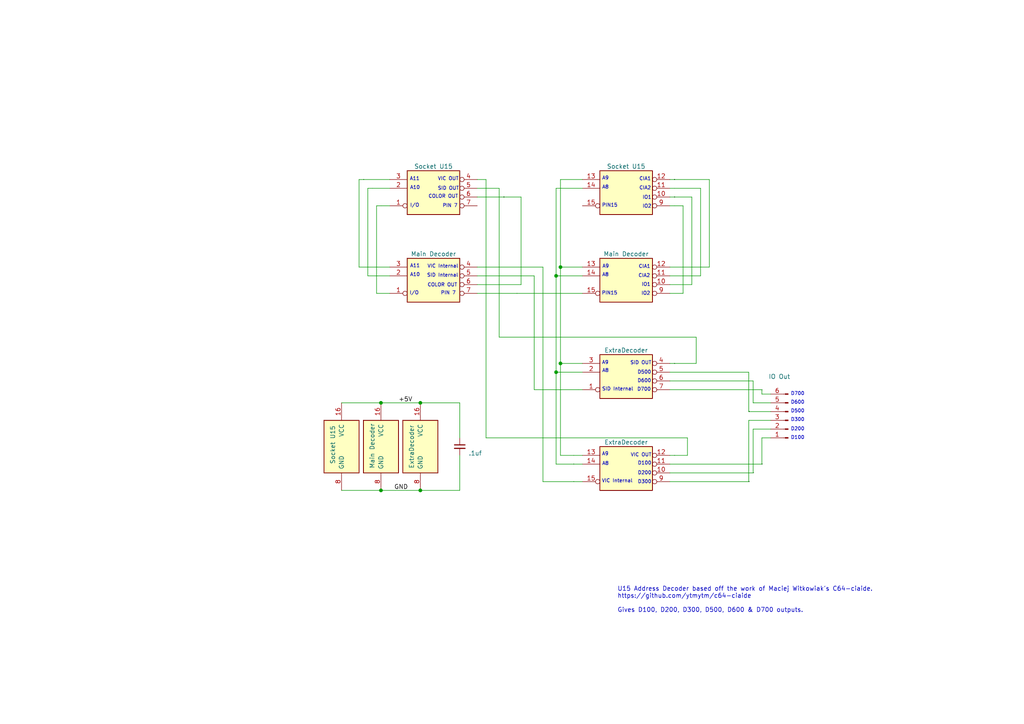
<source format=kicad_sch>
(kicad_sch (version 20230121) (generator eeschema)
  (paper "A4")
  (lib_symbols
    (symbol "74LS139_1" (pin_names (offset 1.016) hide)
      (property "Reference" "U" (at -7.62 8.89 0))
      (property "Value" "74LS139" (at -7.62 -8.89 0))
      (symbol "74LS139_1_1_0"
        (pin input inverted (at -12.7 -5.08 0) (length 5.08) (name "E") (number "1"))
        (pin input line (at -12.7 0 0) (length 5.08) (name "A0") (number "2"))
        (pin input line (at -12.7 2.54 0) (length 5.08) (name "A1") (number "3"))
        (pin output inverted (at 12.7 2.54 180) (length 5.08) (name "O0") (number "4"))
        (pin output inverted (at 12.7 0 180) (length 5.08) (name "O1") (number "5"))
        (pin output inverted (at 12.7 -2.54 180) (length 5.08) (name "O2") (number "6"))
        (pin output inverted (at 12.7 -5.08 180) (length 5.08) (name "O3") (number "7"))
      )
      (symbol "74LS139_1_1_1"
        (rectangle (start -7.62 5.08) (end 7.62 -7.62) (stroke (width 0.254)) (fill (type background)))
      )
      (symbol "74LS139_1_2_0"
        (pin output inverted (at 12.7 -2.54 180) (length 5.08) (name "O2") (number "10"))
        (pin output inverted (at 12.7 0 180) (length 5.08) (name "O1") (number "11"))
        (pin output inverted (at 12.7 2.54 180) (length 5.08) (name "O0") (number "12"))
        (pin input line (at -12.7 2.54 0) (length 5.08) (name "A1") (number "13"))
        (pin input line (at -12.7 0 0) (length 5.08) (name "A0") (number "14"))
        (pin input inverted (at -12.7 -5.08 0) (length 5.08) (name "E") (number "15"))
        (pin output inverted (at 12.7 -5.08 180) (length 5.08) (name "O3") (number "9"))
      )
      (symbol "74LS139_1_2_1"
        (rectangle (start -7.62 5.08) (end 7.62 -7.62) (stroke (width 0.254)) (fill (type background)))
      )
      (symbol "74LS139_1_3_0"
        (pin power_in line (at 0 12.7 270) (length 5.08) (name "VCC") (number "16"))
        (pin power_in line (at 0 -12.7 90) (length 5.08) (name "GND") (number "8"))
      )
      (symbol "74LS139_1_3_1"
        (rectangle (start -5.08 7.62) (end 5.08 -7.62) (stroke (width 0.254)) (fill (type background)))
      )
    )
    (symbol "74LS139_2" (pin_names (offset 1.016) hide)
      (property "Reference" "U" (at -7.62 8.89 0))
      (property "Value" "74LS139" (at -7.62 -8.89 0))
      (symbol "74LS139_2_1_0"
        (pin input inverted (at -12.7 -5.08 0) (length 5.08) (name "E") (number "1"))
        (pin input line (at -12.7 0 0) (length 5.08) (name "A0") (number "2"))
        (pin input line (at -12.7 2.54 0) (length 5.08) (name "A1") (number "3"))
        (pin output inverted (at 12.7 2.54 180) (length 5.08) (name "O0") (number "4"))
        (pin output inverted (at 12.7 0 180) (length 5.08) (name "O1") (number "5"))
        (pin output inverted (at 12.7 -2.54 180) (length 5.08) (name "O2") (number "6"))
        (pin output inverted (at 12.7 -5.08 180) (length 5.08) (name "O3") (number "7"))
      )
      (symbol "74LS139_2_1_1"
        (rectangle (start -7.62 5.08) (end 7.62 -7.62) (stroke (width 0.254)) (fill (type background)))
      )
      (symbol "74LS139_2_2_0"
        (pin output inverted (at 12.7 -2.54 180) (length 5.08) (name "O2") (number "10"))
        (pin output inverted (at 12.7 0 180) (length 5.08) (name "O1") (number "11"))
        (pin output inverted (at 12.7 2.54 180) (length 5.08) (name "O0") (number "12"))
        (pin input line (at -12.7 2.54 0) (length 5.08) (name "A1") (number "13"))
        (pin input line (at -12.7 0 0) (length 5.08) (name "A0") (number "14"))
        (pin input inverted (at -12.7 -5.08 0) (length 5.08) (name "E") (number "15"))
        (pin output inverted (at 12.7 -5.08 180) (length 5.08) (name "O3") (number "9"))
      )
      (symbol "74LS139_2_2_1"
        (rectangle (start -7.62 5.08) (end 7.62 -7.62) (stroke (width 0.254)) (fill (type background)))
      )
      (symbol "74LS139_2_3_0"
        (pin power_in line (at 0 12.7 270) (length 5.08) (name "VCC") (number "16"))
        (pin power_in line (at 0 -12.7 90) (length 5.08) (name "GND") (number "8"))
      )
      (symbol "74LS139_2_3_1"
        (rectangle (start -5.08 7.62) (end 5.08 -7.62) (stroke (width 0.254)) (fill (type background)))
      )
    )
    (symbol "74LS139_3" (pin_names (offset 1.016) hide)
      (property "Reference" "U" (at -7.62 8.89 0))
      (property "Value" "74LS139" (at -7.62 -8.89 0))
      (symbol "74LS139_3_1_0"
        (pin input inverted (at -12.7 -5.08 0) (length 5.08) (name "E") (number "1"))
        (pin input line (at -12.7 0 0) (length 5.08) (name "A0") (number "2"))
        (pin input line (at -12.7 2.54 0) (length 5.08) (name "A1") (number "3"))
        (pin output inverted (at 12.7 2.54 180) (length 5.08) (name "O0") (number "4"))
        (pin output inverted (at 12.7 0 180) (length 5.08) (name "O1") (number "5"))
        (pin output inverted (at 12.7 -2.54 180) (length 5.08) (name "O2") (number "6"))
        (pin output inverted (at 12.7 -5.08 180) (length 5.08) (name "O3") (number "7"))
      )
      (symbol "74LS139_3_1_1"
        (rectangle (start -7.62 5.08) (end 7.62 -7.62) (stroke (width 0.254)) (fill (type background)))
      )
      (symbol "74LS139_3_2_0"
        (pin output inverted (at 12.7 -2.54 180) (length 5.08) (name "O2") (number "10"))
        (pin output inverted (at 12.7 0 180) (length 5.08) (name "O1") (number "11"))
        (pin output inverted (at 12.7 2.54 180) (length 5.08) (name "O0") (number "12"))
        (pin input line (at -12.7 2.54 0) (length 5.08) (name "A1") (number "13"))
        (pin input line (at -12.7 0 0) (length 5.08) (name "A0") (number "14"))
        (pin input inverted (at -12.7 -5.08 0) (length 5.08) (name "E") (number "15"))
        (pin output inverted (at 12.7 -5.08 180) (length 5.08) (name "O3") (number "9"))
      )
      (symbol "74LS139_3_2_1"
        (rectangle (start -7.62 5.08) (end 7.62 -7.62) (stroke (width 0.254)) (fill (type background)))
      )
      (symbol "74LS139_3_3_0"
        (pin power_in line (at 0 12.7 270) (length 5.08) (name "VCC") (number "16"))
        (pin power_in line (at 0 -12.7 90) (length 5.08) (name "GND") (number "8"))
      )
      (symbol "74LS139_3_3_1"
        (rectangle (start -5.08 7.62) (end 5.08 -7.62) (stroke (width 0.254)) (fill (type background)))
      )
    )
    (symbol "74LS139_4" (pin_names (offset 1.016) hide)
      (property "Reference" "U" (at -7.62 8.89 0))
      (property "Value" "74LS139" (at -7.62 -8.89 0))
      (symbol "74LS139_4_1_0"
        (pin input inverted (at -12.7 -5.08 0) (length 5.08) (name "E") (number "1"))
        (pin input line (at -12.7 0 0) (length 5.08) (name "A0") (number "2"))
        (pin input line (at -12.7 2.54 0) (length 5.08) (name "A1") (number "3"))
        (pin output inverted (at 12.7 2.54 180) (length 5.08) (name "O0") (number "4"))
        (pin output inverted (at 12.7 0 180) (length 5.08) (name "O1") (number "5"))
        (pin output inverted (at 12.7 -2.54 180) (length 5.08) (name "O2") (number "6"))
        (pin output inverted (at 12.7 -5.08 180) (length 5.08) (name "O3") (number "7"))
      )
      (symbol "74LS139_4_1_1"
        (rectangle (start -7.62 5.08) (end 7.62 -7.62) (stroke (width 0.254)) (fill (type background)))
      )
      (symbol "74LS139_4_2_0"
        (pin output inverted (at 12.7 -2.54 180) (length 5.08) (name "O2") (number "10"))
        (pin output inverted (at 12.7 0 180) (length 5.08) (name "O1") (number "11"))
        (pin output inverted (at 12.7 2.54 180) (length 5.08) (name "O0") (number "12"))
        (pin input line (at -12.7 2.54 0) (length 5.08) (name "A1") (number "13"))
        (pin input line (at -12.7 0 0) (length 5.08) (name "A0") (number "14"))
        (pin input inverted (at -12.7 -5.08 0) (length 5.08) (name "E") (number "15"))
        (pin output inverted (at 12.7 -5.08 180) (length 5.08) (name "O3") (number "9"))
      )
      (symbol "74LS139_4_2_1"
        (rectangle (start -7.62 5.08) (end 7.62 -7.62) (stroke (width 0.254)) (fill (type background)))
      )
      (symbol "74LS139_4_3_0"
        (pin power_in line (at 0 12.7 270) (length 5.08) (name "VCC") (number "16"))
        (pin power_in line (at 0 -12.7 90) (length 5.08) (name "GND") (number "8"))
      )
      (symbol "74LS139_4_3_1"
        (rectangle (start -5.08 7.62) (end 5.08 -7.62) (stroke (width 0.254)) (fill (type background)))
      )
    )
    (symbol "74LS139_5" (pin_names (offset 1.016) hide)
      (property "Reference" "U" (at -7.62 8.89 0))
      (property "Value" "74LS139" (at -7.62 -8.89 0))
      (symbol "74LS139_5_1_0"
        (pin input inverted (at -12.7 -5.08 0) (length 5.08) (name "E") (number "1"))
        (pin input line (at -12.7 0 0) (length 5.08) (name "A0") (number "2"))
        (pin input line (at -12.7 2.54 0) (length 5.08) (name "A1") (number "3"))
        (pin output inverted (at 12.7 2.54 180) (length 5.08) (name "O0") (number "4"))
        (pin output inverted (at 12.7 0 180) (length 5.08) (name "O1") (number "5"))
        (pin output inverted (at 12.7 -2.54 180) (length 5.08) (name "O2") (number "6"))
        (pin output inverted (at 12.7 -5.08 180) (length 5.08) (name "O3") (number "7"))
      )
      (symbol "74LS139_5_1_1"
        (rectangle (start -7.62 5.08) (end 7.62 -7.62) (stroke (width 0.254)) (fill (type background)))
      )
      (symbol "74LS139_5_2_0"
        (pin output inverted (at 12.7 -2.54 180) (length 5.08) (name "O2") (number "10"))
        (pin output inverted (at 12.7 0 180) (length 5.08) (name "O1") (number "11"))
        (pin output inverted (at 12.7 2.54 180) (length 5.08) (name "O0") (number "12"))
        (pin input line (at -12.7 2.54 0) (length 5.08) (name "A1") (number "13"))
        (pin input line (at -12.7 0 0) (length 5.08) (name "A0") (number "14"))
        (pin input inverted (at -12.7 -5.08 0) (length 5.08) (name "E") (number "15"))
        (pin output inverted (at 12.7 -5.08 180) (length 5.08) (name "O3") (number "9"))
      )
      (symbol "74LS139_5_2_1"
        (rectangle (start -7.62 5.08) (end 7.62 -7.62) (stroke (width 0.254)) (fill (type background)))
      )
      (symbol "74LS139_5_3_0"
        (pin power_in line (at 0 12.7 270) (length 5.08) (name "VCC") (number "16"))
        (pin power_in line (at 0 -12.7 90) (length 5.08) (name "GND") (number "8"))
      )
      (symbol "74LS139_5_3_1"
        (rectangle (start -5.08 7.62) (end 5.08 -7.62) (stroke (width 0.254)) (fill (type background)))
      )
    )
    (symbol "74LS139_6" (pin_names (offset 1.016) hide)
      (property "Reference" "U" (at -7.62 8.89 0))
      (property "Value" "74LS139" (at -7.62 -8.89 0))
      (symbol "74LS139_6_1_0"
        (pin input inverted (at -12.7 -5.08 0) (length 5.08) (name "E") (number "1"))
        (pin input line (at -12.7 0 0) (length 5.08) (name "A0") (number "2"))
        (pin input line (at -12.7 2.54 0) (length 5.08) (name "A1") (number "3"))
        (pin output inverted (at 12.7 2.54 180) (length 5.08) (name "O0") (number "4"))
        (pin output inverted (at 12.7 0 180) (length 5.08) (name "O1") (number "5"))
        (pin output inverted (at 12.7 -2.54 180) (length 5.08) (name "O2") (number "6"))
        (pin output inverted (at 12.7 -5.08 180) (length 5.08) (name "O3") (number "7"))
      )
      (symbol "74LS139_6_1_1"
        (rectangle (start -7.62 5.08) (end 7.62 -7.62) (stroke (width 0.254)) (fill (type background)))
      )
      (symbol "74LS139_6_2_0"
        (pin output inverted (at 12.7 -2.54 180) (length 5.08) (name "O2") (number "10"))
        (pin output inverted (at 12.7 0 180) (length 5.08) (name "O1") (number "11"))
        (pin output inverted (at 12.7 2.54 180) (length 5.08) (name "O0") (number "12"))
        (pin input line (at -12.7 2.54 0) (length 5.08) (name "A1") (number "13"))
        (pin input line (at -12.7 0 0) (length 5.08) (name "A0") (number "14"))
        (pin input inverted (at -12.7 -5.08 0) (length 5.08) (name "E") (number "15"))
        (pin output inverted (at 12.7 -5.08 180) (length 5.08) (name "O3") (number "9"))
      )
      (symbol "74LS139_6_2_1"
        (rectangle (start -7.62 5.08) (end 7.62 -7.62) (stroke (width 0.254)) (fill (type background)))
      )
      (symbol "74LS139_6_3_0"
        (pin power_in line (at 0 12.7 270) (length 5.08) (name "VCC") (number "16"))
        (pin power_in line (at 0 -12.7 90) (length 5.08) (name "GND") (number "8"))
      )
      (symbol "74LS139_6_3_1"
        (rectangle (start -5.08 7.62) (end 5.08 -7.62) (stroke (width 0.254)) (fill (type background)))
      )
    )
    (symbol "74xx:74LS139" (pin_names (offset 1.016))
      (property "Reference" "U" (at -7.62 8.89 0))
      (property "Value" "74LS139" (at -7.62 -8.89 0))
      (symbol "74LS139_1_0"
        (pin input inverted (at -12.7 -5.08 0) (length 5.08) (name "E") (number "1"))
        (pin input line (at -12.7 0 0) (length 5.08) (name "A0") (number "2"))
        (pin input line (at -12.7 2.54 0) (length 5.08) (name "A1") (number "3"))
        (pin output inverted (at 12.7 2.54 180) (length 5.08) (name "O0") (number "4"))
        (pin output inverted (at 12.7 0 180) (length 5.08) (name "O1") (number "5"))
        (pin output inverted (at 12.7 -2.54 180) (length 5.08) (name "O2") (number "6"))
        (pin output inverted (at 12.7 -5.08 180) (length 5.08) (name "O3") (number "7"))
      )
      (symbol "74LS139_1_1"
        (rectangle (start -7.62 5.08) (end 7.62 -7.62) (stroke (width 0.254)) (fill (type background)))
      )
      (symbol "74LS139_2_0"
        (pin output inverted (at 12.7 -2.54 180) (length 5.08) (name "O2") (number "10"))
        (pin output inverted (at 12.7 0 180) (length 5.08) (name "O1") (number "11"))
        (pin output inverted (at 12.7 2.54 180) (length 5.08) (name "O0") (number "12"))
        (pin input line (at -12.7 2.54 0) (length 5.08) (name "A1") (number "13"))
        (pin input line (at -12.7 0 0) (length 5.08) (name "A0") (number "14"))
        (pin input inverted (at -12.7 -5.08 0) (length 5.08) (name "E") (number "15"))
        (pin output inverted (at 12.7 -5.08 180) (length 5.08) (name "O3") (number "9"))
      )
      (symbol "74LS139_2_1"
        (rectangle (start -7.62 5.08) (end 7.62 -7.62) (stroke (width 0.254)) (fill (type background)))
      )
      (symbol "74LS139_3_0"
        (pin power_in line (at 0 12.7 270) (length 5.08) (name "VCC") (number "16"))
        (pin power_in line (at 0 -12.7 90) (length 5.08) (name "GND") (number "8"))
      )
      (symbol "74LS139_3_1"
        (rectangle (start -5.08 7.62) (end 5.08 -7.62) (stroke (width 0.254)) (fill (type background)))
      )
    )
    (symbol "Connector:Conn_01x06_Pin" (pin_names (offset 1.016) hide)
      (property "Reference" "J" (at 0 7.62 0))
      (property "Value" "Conn_01x06_Pin" (at 0 -10.16 0))
      (symbol "Conn_01x06_Pin_1_1"
        (polyline (pts (xy 1.27 -7.62) (xy 0.8636 -7.62)) (stroke (width 0.1524)))
        (polyline (pts (xy 1.27 -5.08) (xy 0.8636 -5.08)) (stroke (width 0.1524)))
        (polyline (pts (xy 1.27 -2.54) (xy 0.8636 -2.54)) (stroke (width 0.1524)))
        (polyline (pts (xy 1.27 0) (xy 0.8636 0)) (stroke (width 0.1524)))
        (polyline (pts (xy 1.27 2.54) (xy 0.8636 2.54)) (stroke (width 0.1524)))
        (polyline (pts (xy 1.27 5.08) (xy 0.8636 5.08)) (stroke (width 0.1524)))
        (rectangle (start 0.8636 -7.493) (end 0 -7.747) (stroke (width 0.1524)) (fill (type outline)))
        (rectangle (start 0.8636 -4.953) (end 0 -5.207) (stroke (width 0.1524)) (fill (type outline)))
        (rectangle (start 0.8636 -2.413) (end 0 -2.667) (stroke (width 0.1524)) (fill (type outline)))
        (rectangle (start 0.8636 0.127) (end 0 -0.127) (stroke (width 0.1524)) (fill (type outline)))
        (rectangle (start 0.8636 2.667) (end 0 2.413) (stroke (width 0.1524)) (fill (type outline)))
        (rectangle (start 0.8636 5.207) (end 0 4.953) (stroke (width 0.1524)) (fill (type outline)))
        (pin passive line (at 5.08 5.08 180) (length 3.81) (name "Pin_1") (number "1"))
        (pin passive line (at 5.08 2.54 180) (length 3.81) (name "Pin_2") (number "2"))
        (pin passive line (at 5.08 0 180) (length 3.81) (name "Pin_3") (number "3"))
        (pin passive line (at 5.08 -2.54 180) (length 3.81) (name "Pin_4") (number "4"))
        (pin passive line (at 5.08 -5.08 180) (length 3.81) (name "Pin_5") (number "5"))
        (pin passive line (at 5.08 -7.62 180) (length 3.81) (name "Pin_6") (number "6"))
      )
    )
    (symbol "Device:C_Small" (pin_numbers hide) (pin_names (offset 0.254) hide)
      (property "Reference" "C" (at 0.254 1.778 0))
      (property "Value" "C_Small" (at 0.254 -2.032 0))
      (symbol "C_Small_0_1"
        (polyline (pts (xy -1.524 -0.508) (xy 1.524 -0.508)) (stroke (width 0.3302)))
        (polyline (pts (xy -1.524 0.508) (xy 1.524 0.508)) (stroke (width 0.3048)))
      )
      (symbol "C_Small_1_1"
        (pin passive line (at 0 2.54 270) (length 2.032) (name "~") (number "1"))
        (pin passive line (at 0 -2.54 90) (length 2.032) (name "~") (number "2"))
      )
    )
  )
  (junction (at 162.56 77.47))
  (junction (at 161.29 107.95))
  (junction (at 162.56 105.41))
  (junction (at 110.49 116.84))
  (junction (at 161.29 80.01))
  (junction (at 121.92 116.84))
  (junction (at 110.49 142.24))
  (junction (at 121.92 142.24))
  (wire (pts (xy 200.66 57.15) (xy 194.31 57.15)))
  (wire (pts (xy 194.31 110.49) (xy 218.44 110.49)))
  (wire (pts (xy 194.31 137.16) (xy 218.44 137.16)))
  (wire (pts (xy 140.97 52.07) (xy 140.97 127)))
  (wire (pts (xy 104.14 77.47) (xy 113.03 77.47)))
  (wire (pts (xy 217.17 121.92) (xy 223.52 121.92)))
  (wire (pts (xy 133.35 116.84) (xy 133.35 127)))
  (wire (pts (xy 162.56 77.47) (xy 162.56 52.07)))
  (wire (pts (xy 199.39 127) (xy 199.39 132.08)))
  (wire (pts (xy 110.49 116.84) (xy 121.92 116.84)))
  (wire (pts (xy 220.98 113.03) (xy 194.31 113.03)))
  (wire (pts (xy 104.14 52.07) (xy 104.14 77.47)))
  (wire (pts (xy 154.94 113.03) (xy 168.91 113.03)))
  (wire (pts (xy 194.31 80.01) (xy 203.2 80.01)))
  (wire (pts (xy 113.03 52.07) (xy 104.14 52.07)))
  (wire (pts (xy 109.22 59.69) (xy 109.22 85.09)))
  (wire (pts (xy 157.48 139.7) (xy 168.91 139.7)))
  (wire (pts (xy 218.44 116.84) (xy 223.52 116.84)))
  (wire (pts (xy 200.66 82.55) (xy 200.66 57.15)))
  (wire (pts (xy 106.68 80.01) (xy 113.03 80.01)))
  (wire (pts (xy 198.12 85.09) (xy 198.12 59.69)))
  (wire (pts (xy 223.52 114.3) (xy 220.98 114.3)))
  (wire (pts (xy 157.48 77.47) (xy 157.48 139.7)))
  (wire (pts (xy 194.31 134.62) (xy 220.98 134.62)))
  (wire (pts (xy 218.44 137.16) (xy 218.44 124.46)))
  (wire (pts (xy 138.43 52.07) (xy 140.97 52.07)))
  (wire (pts (xy 138.43 57.15) (xy 151.13 57.15)))
  (wire (pts (xy 220.98 114.3) (xy 220.98 113.03)))
  (wire (pts (xy 217.17 107.95) (xy 217.17 119.38)))
  (wire (pts (xy 194.31 107.95) (xy 217.17 107.95)))
  (wire (pts (xy 162.56 52.07) (xy 168.91 52.07)))
  (wire (pts (xy 218.44 124.46) (xy 223.52 124.46)))
  (wire (pts (xy 99.06 142.24) (xy 110.49 142.24)))
  (wire (pts (xy 161.29 54.61) (xy 168.91 54.61)))
  (wire (pts (xy 217.17 119.38) (xy 223.52 119.38)))
  (wire (pts (xy 217.17 139.7) (xy 217.17 121.92)))
  (wire (pts (xy 161.29 107.95) (xy 168.91 107.95)))
  (wire (pts (xy 205.74 77.47) (xy 205.74 52.07)))
  (wire (pts (xy 199.39 132.08) (xy 194.31 132.08)))
  (wire (pts (xy 218.44 110.49) (xy 218.44 116.84)))
  (wire (pts (xy 151.13 82.55) (xy 151.13 57.15)))
  (wire (pts (xy 162.56 105.41) (xy 168.91 105.41)))
  (wire (pts (xy 106.68 80.01) (xy 106.68 54.61)))
  (wire (pts (xy 133.35 132.08) (xy 133.35 142.24)))
  (wire (pts (xy 220.98 127) (xy 223.52 127)))
  (wire (pts (xy 99.06 116.84) (xy 110.49 116.84)))
  (wire (pts (xy 144.78 97.79) (xy 201.93 97.79)))
  (wire (pts (xy 144.78 54.61) (xy 144.78 97.79)))
  (wire (pts (xy 154.94 80.01) (xy 154.94 113.03)))
  (wire (pts (xy 138.43 85.09) (xy 168.91 85.09)))
  (wire (pts (xy 138.43 82.55) (xy 151.13 82.55)))
  (wire (pts (xy 205.74 52.07) (xy 194.31 52.07)))
  (wire (pts (xy 162.56 132.08) (xy 162.56 105.41)))
  (wire (pts (xy 138.43 54.61) (xy 144.78 54.61)))
  (wire (pts (xy 109.22 85.09) (xy 113.03 85.09)))
  (wire (pts (xy 161.29 134.62) (xy 161.29 107.95)))
  (wire (pts (xy 140.97 127) (xy 199.39 127)))
  (wire (pts (xy 110.49 142.24) (xy 121.92 142.24)))
  (wire (pts (xy 194.31 54.61) (xy 203.2 54.61)))
  (wire (pts (xy 194.31 85.09) (xy 198.12 85.09)))
  (wire (pts (xy 168.91 134.62) (xy 161.29 134.62)))
  (wire (pts (xy 161.29 80.01) (xy 168.91 80.01)))
  (wire (pts (xy 138.43 77.47) (xy 157.48 77.47)))
  (wire (pts (xy 162.56 77.47) (xy 168.91 77.47)))
  (wire (pts (xy 194.31 105.41) (xy 201.93 105.41)))
  (wire (pts (xy 113.03 59.69) (xy 109.22 59.69)))
  (wire (pts (xy 168.91 132.08) (xy 162.56 132.08)))
  (wire (pts (xy 220.98 134.62) (xy 220.98 127)))
  (wire (pts (xy 203.2 80.01) (xy 203.2 54.61)))
  (wire (pts (xy 194.31 82.55) (xy 200.66 82.55)))
  (wire (pts (xy 198.12 59.69) (xy 194.31 59.69)))
  (wire (pts (xy 133.35 142.24) (xy 121.92 142.24)))
  (wire (pts (xy 121.92 116.84) (xy 133.35 116.84)))
  (wire (pts (xy 161.29 107.95) (xy 161.29 80.01)))
  (wire (pts (xy 106.68 54.61) (xy 113.03 54.61)))
  (wire (pts (xy 194.31 139.7) (xy 217.17 139.7)))
  (wire (pts (xy 138.43 80.01) (xy 154.94 80.01)))
  (wire (pts (xy 194.31 77.47) (xy 205.74 77.47)))
  (wire (pts (xy 161.29 80.01) (xy 161.29 54.61)))
  (wire (pts (xy 201.93 97.79) (xy 201.93 105.41)))
  (wire (pts (xy 162.56 105.41) (xy 162.56 77.47)))
  (text "SID OUT" (at 182.7531 105.9321 0) (effects (font (size 1 1)) (justify left bottom)))
  (text "VIC Internal" (at 123.9238 77.9258 0) (effects (font (size 1 1)) (justify left bottom)))
  (text "A9" (at 174.5486 132.362 0) (effects (font (size 1 1)) (justify left bottom)))
  (text "PIN 7" (at 128.32 60.3697 0) (effects (font (size 1 1)) (justify left bottom)))
  (text "VIC OUT" (at 182.8673 132.6517 0) (effects (font (size 1 1)) (justify left bottom)))
  (text "A8" (at 174.6057 55.0008 0) (effects (font (size 1 1)) (justify left bottom)))
  (text "COLOR OUT" (at 123.9523 83.3639 0) (effects (font (size 1 1)) (justify left bottom)))
  (text "PIN 7" (at 127.8061 85.6762 0) (effects (font (size 1 1)) (justify left bottom)))
  (text "VIC OUT" (at 126.9355 52.5527 0) (effects (font (size 1 1)) (justify left bottom)))
  (text "CIA2" (at 185.1108 80.6641 0) (effects (font (size 1 1)) (justify left bottom)))
  (text "IO1" (at 186.0528 83.2333 0) (effects (font (size 1 1)) (justify left bottom)))
  (text "A8" (at 174.6057 135.1596 0) (effects (font (size 1 1)) (justify left bottom)))
  (text "CIA2" (at 185.3677 55.2291 0) (effects (font (size 1 1)) (justify left bottom)))
  (text "COLOR OUT" (at 124.2093 57.672 0) (effects (font (size 1 1)) (justify left bottom)))
  (text "A8" (at 174.6057 80.4072 0) (effects (font (size 1 1)) (justify left bottom)))
  (text "I/O" (at 118.8853 60.2602 0) (effects (font (size 1 1)) (justify left bottom)))
  (text "D200" (at 229.3246 125.1138 0) (effects (font (size 1 1)) (justify left bottom)))
  (text "U15 Address Decoder based off the work of Maciej Witkowiak's C64-ciaide.\nhttps://github.com/ytmytm/c64-ciaide\n\nGives D100, D200, D300, D500, D600 & D700 outputs." (at 179.07 177.8 0) (effects (font (size 1.27 1.27)) (justify left bottom)))
  (text "D600" (at 229.3246 117.3915 0) (effects (font (size 1 1)) (justify left bottom)))
  (text "SID Internal" (at 174.5771 113.5497 0) (effects (font (size 1 1)) (justify left bottom)))
  (text "CIA1" (at 185.1964 78.0092 0) (effects (font (size 1 1)) (justify left bottom)))
  (text "A9" (at 174.6057 52.3745 0) (effects (font (size 1 1)) (justify left bottom)))
  (text "D700" (at 229.3246 114.8794 0) (effects (font (size 1 1)) (justify left bottom)))
  (text "A8" (at 174.6057 108.2116 0) (effects (font (size 1 1)) (justify left bottom)))
  (text "SID OUT" (at 126.9355 55.3455 0) (effects (font (size 1 1)) (justify left bottom)))
  (text "A10" (at 118.8853 55.1219 0) (effects (font (size 1 1)) (justify left bottom)))
  (text "IO2" (at 186.3098 60.5388 0) (effects (font (size 1 1)) (justify left bottom)))
  (text "PIN15" (at 174.4915 85.7169 0) (effects (font (size 1 1)) (justify left bottom)))
  (text "D100" (at 184.9395 135.0453 0) (effects (font (size 1 1)) (justify left bottom)))
  (text "A11" (at 118.7997 52.5527 0) (effects (font (size 1 1)) (justify left bottom)))
  (text "VIC Internal" (at 174.4914 140.1837 0) (effects (font (size 1 1)) (justify left bottom)))
  (text "A10" (at 118.8853 80.3856 0) (effects (font (size 1 1)) (justify left bottom)))
  (text "D600" (at 184.8539 111.1518 0) (effects (font (size 1 1)) (justify left bottom)))
  (text "D200" (at 184.9395 137.8714 0) (effects (font (size 1 1)) (justify left bottom)))
  (text "D500" (at 184.8539 108.6683 0) (effects (font (size 1 1)) (justify left bottom)))
  (text "D100" (at 229.3246 127.6259 0) (effects (font (size 1 1)) (justify left bottom)))
  (text "PIN15" (at 174.5486 60.2534 0) (effects (font (size 1 1)) (justify left bottom)))
  (text "D700" (at 184.7682 113.6354 0) (effects (font (size 1 1)) (justify left bottom)))
  (text "SID Internal" (at 123.8096 80.5521 0) (effects (font (size 1 1)) (justify left bottom)))
  (text "D300" (at 229.3246 122.4157 0) (effects (font (size 1 1)) (justify left bottom)))
  (text "A9" (at 174.5486 105.8708 0) (effects (font (size 1 1)) (justify left bottom)))
  (text "A11" (at 118.8853 77.8164 0) (effects (font (size 1 1)) (justify left bottom)))
  (text "D300" (at 184.9395 140.4406 0) (effects (font (size 1 1)) (justify left bottom)))
  (text "IO2" (at 185.9672 85.8024 0) (effects (font (size 1 1)) (justify left bottom)))
  (text "CIA1" (at 185.3677 52.5742 0) (effects (font (size 1 1)) (justify left bottom)))
  (text "I/O" (at 118.7388 85.6658 0) (effects (font (size 1 1)) (justify left bottom)))
  (text "IO1" (at 186.3098 57.9696 0) (effects (font (size 1 1)) (justify left bottom)))
  (text "A9" (at 174.6628 77.9522 0) (effects (font (size 1 1)) (justify left bottom)))
  (text "D500" (at 229.3246 119.9036 0) (effects (font (size 1 1)) (justify left bottom)))
  (label "VICINT" (at 166.37 139.7 0) (effects (font (size 0.0102 0.0102))))
  (label "I{slash}O" (at 110.49 59.69 0) (effects (font (size 0.0102 0.0102))))
  (label "A9" (at 166.37 132.08 0) (effects (font (size 0.0102 0.0102))))
  (label "+5V" (at 115.57 116.84 0))
  (label "A10" (at 107.95 54.61 0) (effects (font (size 0.0102 0.0102))))
  (label "A8" (at 166.37 134.62 0) (effects (font (size 0.0102 0.0102))))
  (label "7TO15" (at 149.86 85.09 0) (effects (font (size 0.0102 0.0102))))
  (label "A11" (at 105.41 52.07 0) (effects (font (size 0.0102 0.0102))))
  (label "COLOROUT" (at 146.05 57.15 0) (effects (font (size 0.0102 0.0102))))
  (label "IO1" (at 195.58 57.15 0) (effects (font (size 0.0102 0.0102))))
  (label "D100" (at 220.98 134.62 0) (effects (font (size 0.0102 0.0102))))
  (label "GND" (at 114.3 142.24 0))
  (label "CIA1" (at 195.58 52.07 0) (effects (font (size 0.0102 0.0102))))
  (label "D500" (at 217.17 119.38 0) (effects (font (size 0.0102 0.0102))))
  (label "VICOUT" (at 195.58 132.08 0) (effects (font (size 0.0102 0.0102))))
  (label "D300" (at 217.17 139.7 0) (effects (font (size 0.0102 0.0102))))
  (label "D200" (at 218.44 137.16 0) (effects (font (size 0.0102 0.0102))))
  (label "D600" (at 218.44 116.84 0) (effects (font (size 0.0102 0.0102))))
  (label "D700" (at 220.98 113.03 0) (effects (font (size 0.0102 0.0102))))
  (label "SIDOUT" (at 195.58 105.41 0) (effects (font (size 0.0102 0.0102))))
  (label "CIA2" (at 195.58 54.61 0) (effects (font (size 0.0102 0.0102))))
  (label "IO2" (at 195.58 59.69 0) (effects (font (size 0.0102 0.0102))))
  (label "SIDINT" (at 167.64 113.03 0) (effects (font (size 0.0102 0.0102))))
  (symbol (lib_name "74LS139_2") (lib_id "74xx:74LS139") (at 181.61 54.61 0) (unit 2)
    (property "Reference" "U1" (effects hide))
    (property "Value" "Socket U15" (at 181.61 48.26 0))
    (property "Footprint" "Package_DIP:DIP-16_W7.62mm_LongPads" (effects hide))
    (property "Datasheet" "http://www.ti.com/lit/ds/symlink/sn74ls139a.pdf" (effects hide))
  )
  (symbol (lib_name "74LS139_3") (lib_id "74xx:74LS139") (at 181.61 80.01 0) (unit 2)
    (property "Reference" "U2" (effects hide))
    (property "Value" "Main Decoder" (at 181.61 73.66 0))
    (property "Footprint" "Package_SO:SOIC-16_4.55x10.3mm_P1.27mm" (effects hide))
    (property "Datasheet" "http://www.ti.com/lit/ds/symlink/sn74ls139a.pdf" (effects hide))
    (property "LCSC" "C521174" (effects hide))
  )
  (symbol (lib_name "74LS139_1") (lib_id "74xx:74LS139") (at 125.73 54.61 0) (unit 1)
    (property "Reference" "U1" (effects hide))
    (property "Value" "Socket U15" (at 125.73 48.26 0))
    (property "Footprint" "Package_DIP:DIP-16_W7.62mm_LongPads" (effects hide))
    (property "Datasheet" "http://www.ti.com/lit/ds/symlink/sn74ls139a.pdf" (effects hide))
  )
  (symbol (lib_id "74xx:74LS139") (at 99.06 129.54 0) (unit 3)
    (property "Reference" "U1" (effects hide))
    (property "Value" "Socket U15" (at 96.52 134.62 90) (effects (justify left)))
    (property "Footprint" "Package_DIP:DIP-16_W7.62mm_LongPads" (effects hide))
    (property "Datasheet" "http://www.ti.com/lit/ds/symlink/sn74ls139a.pdf" (effects hide))
  )
  (symbol (lib_id "Device:C_Small") (at 133.35 129.54 0) (unit 1)
    (property "Reference" "C1" (effects hide))
    (property "Value" ".1uf" (at 135.89 131.4513 0) (effects (justify left)))
    (property "Footprint" "Capacitor_SMD:C_0805_2012Metric" (effects hide))
    (property "LCSC" "C779984" (effects hide))
  )
  (symbol (lib_id "74xx:74LS139") (at 121.92 129.54 0) (unit 3)
    (property "Reference" "U3" (effects hide))
    (property "Value" "ExtraDecoder" (at 119.38 135.89 90) (effects (justify left)))
    (property "Footprint" "Package_SO:SOIC-16_4.55x10.3mm_P1.27mm" (effects hide))
    (property "Datasheet" "http://www.ti.com/lit/ds/symlink/sn74ls139a.pdf" (effects hide))
    (property "LCSC" "C521174" (effects hide))
  )
  (symbol (lib_name "74LS139_5") (lib_id "74xx:74LS139") (at 181.61 134.62 0) (unit 2)
    (property "Reference" "U3" (effects hide))
    (property "Value" "ExtraDecoder" (at 181.61 128.27 0))
    (property "Footprint" "Package_SO:SOIC-16_4.55x10.3mm_P1.27mm" (effects hide))
    (property "Datasheet" "http://www.ti.com/lit/ds/symlink/sn74ls139a.pdf" (effects hide))
    (property "LCSC" "C521174" (effects hide))
  )
  (symbol (lib_name "74LS139_4") (lib_id "74xx:74LS139") (at 181.61 107.95 0) (unit 1)
    (property "Reference" "U3" (effects hide))
    (property "Value" "ExtraDecoder" (at 181.61 101.6 0))
    (property "Footprint" "Package_SO:SOIC-16_4.55x10.3mm_P1.27mm" (effects hide))
    (property "Datasheet" "http://www.ti.com/lit/ds/symlink/sn74ls139a.pdf" (effects hide))
    (property "LCSC" "C521174" (effects hide))
  )
  (symbol (lib_name "74LS139_6") (lib_id "74xx:74LS139") (at 125.73 80.01 0) (unit 1)
    (property "Reference" "U2" (effects hide))
    (property "Value" "Main Decoder" (at 125.73 73.66 0))
    (property "Footprint" "Package_SO:SOIC-16_4.55x10.3mm_P1.27mm" (effects hide))
    (property "Datasheet" "http://www.ti.com/lit/ds/symlink/sn74ls139a.pdf" (effects hide))
    (property "LCSC" "C521174" (effects hide))
  )
  (symbol (lib_id "Connector:Conn_01x06_Pin") (at 228.6 121.92 180) (unit 1)
    (property "Reference" "J1" (effects hide))
    (property "Value" "IO Out" (at 226.06 109.22 0))
    (property "Footprint" "Connector_PinHeader_2.54mm:PinHeader_1x06_P2.54mm_Vertical" (effects hide))
  )
  (symbol (lib_id "74xx:74LS139") (at 110.49 129.54 0) (unit 3)
    (property "Reference" "U2" (effects hide))
    (property "Value" "Main Decoder" (at 107.95 135.89 90) (effects (justify left)))
    (property "Footprint" "Package_SO:SOIC-16_4.55x10.3mm_P1.27mm" (effects hide))
    (property "Datasheet" "http://www.ti.com/lit/ds/symlink/sn74ls139a.pdf" (effects hide))
    (property "LCSC" "C521174" (effects hide))
  )
)
</source>
